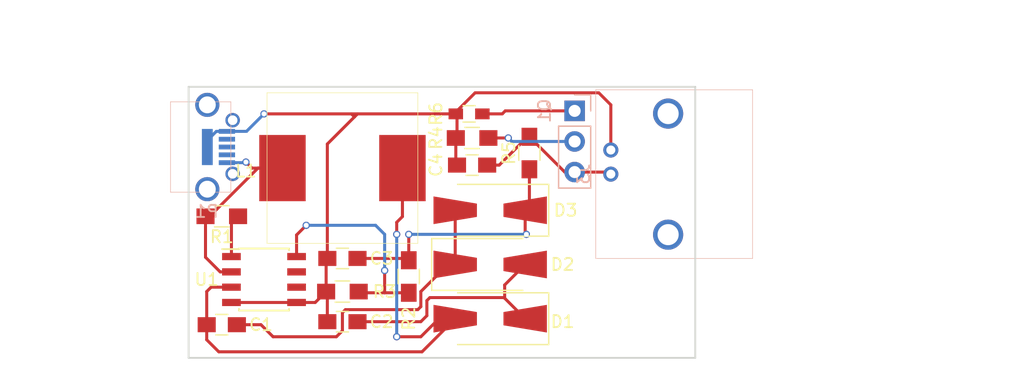
<source format=kicad_pcb>
(kicad_pcb (version 4) (host pcbnew 4.0.4-stable)

  (general
    (links 31)
    (no_connects 0)
    (area -2.635713 5.55 81.725001 34.825001)
    (thickness 1.6)
    (drawings 6)
    (tracks 117)
    (zones 0)
    (modules 18)
    (nets 17)
  )

  (page A4)
  (layers
    (0 F.Cu signal)
    (31 B.Cu signal)
    (32 B.Adhes user hide)
    (33 F.Adhes user hide)
    (34 B.Paste user hide)
    (35 F.Paste user hide)
    (36 B.SilkS user)
    (37 F.SilkS user)
    (38 B.Mask user hide)
    (39 F.Mask user hide)
    (40 Dwgs.User user)
    (41 Cmts.User user hide)
    (42 Eco1.User user hide)
    (43 Eco2.User user hide)
    (44 Edge.Cuts user)
    (45 Margin user hide)
    (46 B.CrtYd user)
    (47 F.CrtYd user)
    (48 B.Fab user hide)
    (49 F.Fab user hide)
  )

  (setup
    (last_trace_width 0.25)
    (trace_clearance 0.2)
    (zone_clearance 0.508)
    (zone_45_only no)
    (trace_min 0.2)
    (segment_width 0.2)
    (edge_width 0.15)
    (via_size 0.6)
    (via_drill 0.4)
    (via_min_size 0.4)
    (via_min_drill 0.3)
    (uvia_size 0.3)
    (uvia_drill 0.1)
    (uvias_allowed no)
    (uvia_min_size 0.2)
    (uvia_min_drill 0.1)
    (pcb_text_width 0.3)
    (pcb_text_size 1.5 1.5)
    (mod_edge_width 0.15)
    (mod_text_size 1 1)
    (mod_text_width 0.15)
    (pad_size 1.2 1.2)
    (pad_drill 0.8)
    (pad_to_mask_clearance 0.2)
    (aux_axis_origin 12.25 34.75)
    (grid_origin 12.25 34.75)
    (visible_elements 7FFEFFFF)
    (pcbplotparams
      (layerselection 0x010fc_80000001)
      (usegerberextensions true)
      (excludeedgelayer true)
      (linewidth 0.100000)
      (plotframeref false)
      (viasonmask false)
      (mode 1)
      (useauxorigin true)
      (hpglpennumber 1)
      (hpglpenspeed 20)
      (hpglpendiameter 15)
      (hpglpenoverlay 2)
      (psnegative false)
      (psa4output false)
      (plotreference true)
      (plotvalue false)
      (plotinvisibletext false)
      (padsonsilk false)
      (subtractmaskfromsilk false)
      (outputformat 1)
      (mirror false)
      (drillshape 0)
      (scaleselection 1)
      (outputdirectory ""))
  )

  (net 0 "")
  (net 1 "Net-(C1-Pad1)")
  (net 2 "Net-(C1-Pad2)")
  (net 3 "Net-(C2-Pad1)")
  (net 4 GND)
  (net 5 "Net-(C3-Pad1)")
  (net 6 "Net-(C4-Pad2)")
  (net 7 "Net-(Q1-Pad1)")
  (net 8 "Net-(Q1-Pad2)")
  (net 9 "Net-(R1-Pad1)")
  (net 10 "Net-(R2-Pad2)")
  (net 11 "Net-(U1-Pad6)")
  (net 12 "Net-(U1-Pad7)")
  (net 13 +5V)
  (net 14 "Net-(P1-Pad2)")
  (net 15 "Net-(P1-Pad3)")
  (net 16 "Net-(P1-Pad4)")

  (net_class Default "This is the default net class."
    (clearance 0.2)
    (trace_width 0.25)
    (via_dia 0.6)
    (via_drill 0.4)
    (uvia_dia 0.3)
    (uvia_drill 0.1)
    (add_net +5V)
    (add_net GND)
    (add_net "Net-(C1-Pad1)")
    (add_net "Net-(C1-Pad2)")
    (add_net "Net-(C2-Pad1)")
    (add_net "Net-(C3-Pad1)")
    (add_net "Net-(C4-Pad2)")
    (add_net "Net-(P1-Pad2)")
    (add_net "Net-(P1-Pad3)")
    (add_net "Net-(P1-Pad4)")
    (add_net "Net-(Q1-Pad1)")
    (add_net "Net-(Q1-Pad2)")
    (add_net "Net-(R1-Pad1)")
    (add_net "Net-(R2-Pad2)")
    (add_net "Net-(U1-Pad6)")
    (add_net "Net-(U1-Pad7)")
  )

  (module Capacitors_SMD:C_0805_HandSoldering (layer F.Cu) (tedit 591B44D1) (tstamp 591B414C)
    (at 15 32 180)
    (descr "Capacitor SMD 0805, hand soldering")
    (tags "capacitor 0805")
    (path /590A3710)
    (attr smd)
    (fp_text reference C1 (at -3.25 0 180) (layer F.SilkS)
      (effects (font (size 1 1) (thickness 0.15)))
    )
    (fp_text value 470n (at 0 0 180) (layer F.Fab)
      (effects (font (size 1 1) (thickness 0.15)))
    )
    (fp_text user %R (at 0 -1.75 180) (layer F.Fab)
      (effects (font (size 1 1) (thickness 0.15)))
    )
    (fp_line (start -1 0.62) (end -1 -0.62) (layer F.Fab) (width 0.1))
    (fp_line (start 1 0.62) (end -1 0.62) (layer F.Fab) (width 0.1))
    (fp_line (start 1 -0.62) (end 1 0.62) (layer F.Fab) (width 0.1))
    (fp_line (start -1 -0.62) (end 1 -0.62) (layer F.Fab) (width 0.1))
    (fp_line (start 0.5 -0.85) (end -0.5 -0.85) (layer F.SilkS) (width 0.12))
    (fp_line (start -0.5 0.85) (end 0.5 0.85) (layer F.SilkS) (width 0.12))
    (fp_line (start -2.25 -0.88) (end 2.25 -0.88) (layer F.CrtYd) (width 0.05))
    (fp_line (start -2.25 -0.88) (end -2.25 0.87) (layer F.CrtYd) (width 0.05))
    (fp_line (start 2.25 0.87) (end 2.25 -0.88) (layer F.CrtYd) (width 0.05))
    (fp_line (start 2.25 0.87) (end -2.25 0.87) (layer F.CrtYd) (width 0.05))
    (pad 1 smd rect (at -1.25 0 180) (size 1.5 1.25) (layers F.Cu F.Paste F.Mask)
      (net 1 "Net-(C1-Pad1)"))
    (pad 2 smd rect (at 1.25 0 180) (size 1.5 1.25) (layers F.Cu F.Paste F.Mask)
      (net 2 "Net-(C1-Pad2)"))
    (model Capacitors_SMD.3dshapes/C_0805.wrl
      (at (xyz 0 0 0))
      (scale (xyz 1 1 1))
      (rotate (xyz 0 0 0))
    )
  )

  (module Capacitors_SMD:C_0805_HandSoldering (layer F.Cu) (tedit 591B44D7) (tstamp 591B4152)
    (at 25 31.75 180)
    (descr "Capacitor SMD 0805, hand soldering")
    (tags "capacitor 0805")
    (path /590A39B4)
    (attr smd)
    (fp_text reference C2 (at -3.25 0 180) (layer F.SilkS)
      (effects (font (size 1 1) (thickness 0.15)))
    )
    (fp_text value 470n (at 0 0 180) (layer F.Fab)
      (effects (font (size 1 1) (thickness 0.15)))
    )
    (fp_text user %R (at 0 -1.75 180) (layer F.Fab)
      (effects (font (size 1 1) (thickness 0.15)))
    )
    (fp_line (start -1 0.62) (end -1 -0.62) (layer F.Fab) (width 0.1))
    (fp_line (start 1 0.62) (end -1 0.62) (layer F.Fab) (width 0.1))
    (fp_line (start 1 -0.62) (end 1 0.62) (layer F.Fab) (width 0.1))
    (fp_line (start -1 -0.62) (end 1 -0.62) (layer F.Fab) (width 0.1))
    (fp_line (start 0.5 -0.85) (end -0.5 -0.85) (layer F.SilkS) (width 0.12))
    (fp_line (start -0.5 0.85) (end 0.5 0.85) (layer F.SilkS) (width 0.12))
    (fp_line (start -2.25 -0.88) (end 2.25 -0.88) (layer F.CrtYd) (width 0.05))
    (fp_line (start -2.25 -0.88) (end -2.25 0.87) (layer F.CrtYd) (width 0.05))
    (fp_line (start 2.25 0.87) (end 2.25 -0.88) (layer F.CrtYd) (width 0.05))
    (fp_line (start 2.25 0.87) (end -2.25 0.87) (layer F.CrtYd) (width 0.05))
    (pad 1 smd rect (at -1.25 0 180) (size 1.5 1.25) (layers F.Cu F.Paste F.Mask)
      (net 3 "Net-(C2-Pad1)"))
    (pad 2 smd rect (at 1.25 0 180) (size 1.5 1.25) (layers F.Cu F.Paste F.Mask)
      (net 4 GND))
    (model Capacitors_SMD.3dshapes/C_0805.wrl
      (at (xyz 0 0 0))
      (scale (xyz 1 1 1))
      (rotate (xyz 0 0 0))
    )
  )

  (module Capacitors_SMD:C_0805_HandSoldering (layer F.Cu) (tedit 591B44D9) (tstamp 591B4158)
    (at 25 26.5 180)
    (descr "Capacitor SMD 0805, hand soldering")
    (tags "capacitor 0805")
    (path /590A39EB)
    (attr smd)
    (fp_text reference C3 (at -3.25 0 180) (layer F.SilkS)
      (effects (font (size 1 1) (thickness 0.15)))
    )
    (fp_text value 470n (at 0 0 180) (layer F.Fab)
      (effects (font (size 1 1) (thickness 0.15)))
    )
    (fp_text user %R (at 0 -1.75 180) (layer F.Fab)
      (effects (font (size 1 1) (thickness 0.15)))
    )
    (fp_line (start -1 0.62) (end -1 -0.62) (layer F.Fab) (width 0.1))
    (fp_line (start 1 0.62) (end -1 0.62) (layer F.Fab) (width 0.1))
    (fp_line (start 1 -0.62) (end 1 0.62) (layer F.Fab) (width 0.1))
    (fp_line (start -1 -0.62) (end 1 -0.62) (layer F.Fab) (width 0.1))
    (fp_line (start 0.5 -0.85) (end -0.5 -0.85) (layer F.SilkS) (width 0.12))
    (fp_line (start -0.5 0.85) (end 0.5 0.85) (layer F.SilkS) (width 0.12))
    (fp_line (start -2.25 -0.88) (end 2.25 -0.88) (layer F.CrtYd) (width 0.05))
    (fp_line (start -2.25 -0.88) (end -2.25 0.87) (layer F.CrtYd) (width 0.05))
    (fp_line (start 2.25 0.87) (end 2.25 -0.88) (layer F.CrtYd) (width 0.05))
    (fp_line (start 2.25 0.87) (end -2.25 0.87) (layer F.CrtYd) (width 0.05))
    (pad 1 smd rect (at -1.25 0 180) (size 1.5 1.25) (layers F.Cu F.Paste F.Mask)
      (net 5 "Net-(C3-Pad1)"))
    (pad 2 smd rect (at 1.25 0 180) (size 1.5 1.25) (layers F.Cu F.Paste F.Mask)
      (net 4 GND))
    (model Capacitors_SMD.3dshapes/C_0805.wrl
      (at (xyz 0 0 0))
      (scale (xyz 1 1 1))
      (rotate (xyz 0 0 0))
    )
  )

  (module Capacitors_SMD:C_0805_HandSoldering (layer F.Cu) (tedit 591B44E3) (tstamp 591B415E)
    (at 35.75 18.75)
    (descr "Capacitor SMD 0805, hand soldering")
    (tags "capacitor 0805")
    (path /590A3B9B)
    (attr smd)
    (fp_text reference C4 (at -3 0 90) (layer F.SilkS)
      (effects (font (size 1 1) (thickness 0.15)))
    )
    (fp_text value 2p (at 0 0) (layer F.Fab)
      (effects (font (size 1 1) (thickness 0.15)))
    )
    (fp_text user %R (at 0 -1.75) (layer F.Fab)
      (effects (font (size 1 1) (thickness 0.15)))
    )
    (fp_line (start -1 0.62) (end -1 -0.62) (layer F.Fab) (width 0.1))
    (fp_line (start 1 0.62) (end -1 0.62) (layer F.Fab) (width 0.1))
    (fp_line (start 1 -0.62) (end 1 0.62) (layer F.Fab) (width 0.1))
    (fp_line (start -1 -0.62) (end 1 -0.62) (layer F.Fab) (width 0.1))
    (fp_line (start 0.5 -0.85) (end -0.5 -0.85) (layer F.SilkS) (width 0.12))
    (fp_line (start -0.5 0.85) (end 0.5 0.85) (layer F.SilkS) (width 0.12))
    (fp_line (start -2.25 -0.88) (end 2.25 -0.88) (layer F.CrtYd) (width 0.05))
    (fp_line (start -2.25 -0.88) (end -2.25 0.87) (layer F.CrtYd) (width 0.05))
    (fp_line (start 2.25 0.87) (end 2.25 -0.88) (layer F.CrtYd) (width 0.05))
    (fp_line (start 2.25 0.87) (end -2.25 0.87) (layer F.CrtYd) (width 0.05))
    (pad 1 smd rect (at -1.25 0) (size 1.5 1.25) (layers F.Cu F.Paste F.Mask)
      (net 4 GND))
    (pad 2 smd rect (at 1.25 0) (size 1.5 1.25) (layers F.Cu F.Paste F.Mask)
      (net 6 "Net-(C4-Pad2)"))
    (model Capacitors_SMD.3dshapes/C_0805.wrl
      (at (xyz 0 0 0))
      (scale (xyz 1 1 1))
      (rotate (xyz 0 0 0))
    )
  )

  (module Diodes_SMD:D_SMA-SMB_Universal_Handsoldering (layer F.Cu) (tedit 591B420D) (tstamp 591B4164)
    (at 37.25 31.5 180)
    (descr "Diode, Universal, SMA, SMB, Handsoldering,")
    (tags "Diode Universal SMA SMB Handsoldering ")
    (path /590A360D)
    (attr smd)
    (fp_text reference D1 (at -6 -0.25 180) (layer F.SilkS)
      (effects (font (size 1 1) (thickness 0.15)))
    )
    (fp_text value RS1M (at 0 -1.5 180) (layer F.Fab)
      (effects (font (size 1 1) (thickness 0.15)))
    )
    (fp_text user %R (at 0 -3 180) (layer F.Fab)
      (effects (font (size 1 1) (thickness 0.15)))
    )
    (fp_line (start -4.85 -2.15) (end -4.85 2.15) (layer F.SilkS) (width 0.12))
    (fp_line (start 2.3 2) (end -2.3 2) (layer F.Fab) (width 0.1))
    (fp_line (start -2.3 2) (end -2.3 -2) (layer F.Fab) (width 0.1))
    (fp_line (start 2.3 -2) (end 2.3 2) (layer F.Fab) (width 0.1))
    (fp_line (start 2.3 -2) (end -2.3 -2) (layer F.Fab) (width 0.1))
    (fp_line (start 2.3 1.5) (end -2.3 1.5) (layer F.Fab) (width 0.1))
    (fp_line (start -2.3 1.5) (end -2.3 -1.5) (layer F.Fab) (width 0.1))
    (fp_line (start 2.3 -1.5) (end 2.3 1.5) (layer F.Fab) (width 0.1))
    (fp_line (start 2.3 -1.5) (end -2.3 -1.5) (layer F.Fab) (width 0.1))
    (fp_line (start -4.95 -2.25) (end 4.95 -2.25) (layer F.CrtYd) (width 0.05))
    (fp_line (start 4.95 -2.25) (end 4.95 2.25) (layer F.CrtYd) (width 0.05))
    (fp_line (start 4.95 2.25) (end -4.95 2.25) (layer F.CrtYd) (width 0.05))
    (fp_line (start -4.95 2.25) (end -4.95 -2.25) (layer F.CrtYd) (width 0.05))
    (fp_line (start -0.64944 0.00102) (end -1.55114 0.00102) (layer F.Fab) (width 0.1))
    (fp_line (start 0.50118 0.00102) (end 1.4994 0.00102) (layer F.Fab) (width 0.1))
    (fp_line (start -0.64944 -0.79908) (end -0.64944 0.80112) (layer F.Fab) (width 0.1))
    (fp_line (start 0.50118 0.75032) (end 0.50118 -0.79908) (layer F.Fab) (width 0.1))
    (fp_line (start -0.64944 0.00102) (end 0.50118 0.75032) (layer F.Fab) (width 0.1))
    (fp_line (start -0.64944 0.00102) (end 0.50118 -0.79908) (layer F.Fab) (width 0.1))
    (fp_line (start -4.85 2.15) (end 2.7 2.15) (layer F.SilkS) (width 0.12))
    (fp_line (start -4.85 -2.15) (end 2.7 -2.15) (layer F.SilkS) (width 0.12))
    (pad 1 smd trapezoid (at -2.9 0 180) (size 3.6 1.7) (rect_delta 0.6 0 ) (layers F.Cu F.Paste F.Mask)
      (net 3 "Net-(C2-Pad1)"))
    (pad 2 smd trapezoid (at 2.9 0) (size 3.6 1.7) (rect_delta 0.6 0 ) (layers F.Cu F.Paste F.Mask)
      (net 2 "Net-(C1-Pad2)"))
    (model ${KISYS3DMOD}/Diodes_SMD.3dshapes/D_SMB.wrl
      (at (xyz 0 0 0))
      (scale (xyz 1 1 1))
      (rotate (xyz 0 0 0))
    )
  )

  (module Diodes_SMD:D_SMA-SMB_Universal_Handsoldering (layer F.Cu) (tedit 591B4207) (tstamp 591B416A)
    (at 37.25 27)
    (descr "Diode, Universal, SMA, SMB, Handsoldering,")
    (tags "Diode Universal SMA SMB Handsoldering ")
    (path /590A36A8)
    (attr smd)
    (fp_text reference D2 (at 6 0) (layer F.SilkS)
      (effects (font (size 1 1) (thickness 0.15)))
    )
    (fp_text value RS1M (at 0 -1.5) (layer F.Fab)
      (effects (font (size 1 1) (thickness 0.15)))
    )
    (fp_text user %R (at 0 -3) (layer F.Fab)
      (effects (font (size 1 1) (thickness 0.15)))
    )
    (fp_line (start -4.85 -2.15) (end -4.85 2.15) (layer F.SilkS) (width 0.12))
    (fp_line (start 2.3 2) (end -2.3 2) (layer F.Fab) (width 0.1))
    (fp_line (start -2.3 2) (end -2.3 -2) (layer F.Fab) (width 0.1))
    (fp_line (start 2.3 -2) (end 2.3 2) (layer F.Fab) (width 0.1))
    (fp_line (start 2.3 -2) (end -2.3 -2) (layer F.Fab) (width 0.1))
    (fp_line (start 2.3 1.5) (end -2.3 1.5) (layer F.Fab) (width 0.1))
    (fp_line (start -2.3 1.5) (end -2.3 -1.5) (layer F.Fab) (width 0.1))
    (fp_line (start 2.3 -1.5) (end 2.3 1.5) (layer F.Fab) (width 0.1))
    (fp_line (start 2.3 -1.5) (end -2.3 -1.5) (layer F.Fab) (width 0.1))
    (fp_line (start -4.95 -2.25) (end 4.95 -2.25) (layer F.CrtYd) (width 0.05))
    (fp_line (start 4.95 -2.25) (end 4.95 2.25) (layer F.CrtYd) (width 0.05))
    (fp_line (start 4.95 2.25) (end -4.95 2.25) (layer F.CrtYd) (width 0.05))
    (fp_line (start -4.95 2.25) (end -4.95 -2.25) (layer F.CrtYd) (width 0.05))
    (fp_line (start -0.64944 0.00102) (end -1.55114 0.00102) (layer F.Fab) (width 0.1))
    (fp_line (start 0.50118 0.00102) (end 1.4994 0.00102) (layer F.Fab) (width 0.1))
    (fp_line (start -0.64944 -0.79908) (end -0.64944 0.80112) (layer F.Fab) (width 0.1))
    (fp_line (start 0.50118 0.75032) (end 0.50118 -0.79908) (layer F.Fab) (width 0.1))
    (fp_line (start -0.64944 0.00102) (end 0.50118 0.75032) (layer F.Fab) (width 0.1))
    (fp_line (start -0.64944 0.00102) (end 0.50118 -0.79908) (layer F.Fab) (width 0.1))
    (fp_line (start -4.85 2.15) (end 2.7 2.15) (layer F.SilkS) (width 0.12))
    (fp_line (start -4.85 -2.15) (end 2.7 -2.15) (layer F.SilkS) (width 0.12))
    (pad 1 smd trapezoid (at -2.9 0) (size 3.6 1.7) (rect_delta 0.6 0 ) (layers F.Cu F.Paste F.Mask)
      (net 1 "Net-(C1-Pad1)"))
    (pad 2 smd trapezoid (at 2.9 0 180) (size 3.6 1.7) (rect_delta 0.6 0 ) (layers F.Cu F.Paste F.Mask)
      (net 3 "Net-(C2-Pad1)"))
    (model ${KISYS3DMOD}/Diodes_SMD.3dshapes/D_SMB.wrl
      (at (xyz 0 0 0))
      (scale (xyz 1 1 1))
      (rotate (xyz 0 0 0))
    )
  )

  (module Diodes_SMD:D_SMA-SMB_Universal_Handsoldering (layer F.Cu) (tedit 591B441E) (tstamp 591B4170)
    (at 37.25 22.5 180)
    (descr "Diode, Universal, SMA, SMB, Handsoldering,")
    (tags "Diode Universal SMA SMB Handsoldering ")
    (path /590A36E1)
    (attr smd)
    (fp_text reference D3 (at -6.25 0 180) (layer F.SilkS)
      (effects (font (size 1 1) (thickness 0.15)))
    )
    (fp_text value RS1M (at 0 -1.5 180) (layer F.Fab)
      (effects (font (size 1 1) (thickness 0.15)))
    )
    (fp_text user %R (at 0 -3 180) (layer F.Fab)
      (effects (font (size 1 1) (thickness 0.15)))
    )
    (fp_line (start -4.85 -2.15) (end -4.85 2.15) (layer F.SilkS) (width 0.12))
    (fp_line (start 2.3 2) (end -2.3 2) (layer F.Fab) (width 0.1))
    (fp_line (start -2.3 2) (end -2.3 -2) (layer F.Fab) (width 0.1))
    (fp_line (start 2.3 -2) (end 2.3 2) (layer F.Fab) (width 0.1))
    (fp_line (start 2.3 -2) (end -2.3 -2) (layer F.Fab) (width 0.1))
    (fp_line (start 2.3 1.5) (end -2.3 1.5) (layer F.Fab) (width 0.1))
    (fp_line (start -2.3 1.5) (end -2.3 -1.5) (layer F.Fab) (width 0.1))
    (fp_line (start 2.3 -1.5) (end 2.3 1.5) (layer F.Fab) (width 0.1))
    (fp_line (start 2.3 -1.5) (end -2.3 -1.5) (layer F.Fab) (width 0.1))
    (fp_line (start -4.95 -2.25) (end 4.95 -2.25) (layer F.CrtYd) (width 0.05))
    (fp_line (start 4.95 -2.25) (end 4.95 2.25) (layer F.CrtYd) (width 0.05))
    (fp_line (start 4.95 2.25) (end -4.95 2.25) (layer F.CrtYd) (width 0.05))
    (fp_line (start -4.95 2.25) (end -4.95 -2.25) (layer F.CrtYd) (width 0.05))
    (fp_line (start -0.64944 0.00102) (end -1.55114 0.00102) (layer F.Fab) (width 0.1))
    (fp_line (start 0.50118 0.00102) (end 1.4994 0.00102) (layer F.Fab) (width 0.1))
    (fp_line (start -0.64944 -0.79908) (end -0.64944 0.80112) (layer F.Fab) (width 0.1))
    (fp_line (start 0.50118 0.75032) (end 0.50118 -0.79908) (layer F.Fab) (width 0.1))
    (fp_line (start -0.64944 0.00102) (end 0.50118 0.75032) (layer F.Fab) (width 0.1))
    (fp_line (start -0.64944 0.00102) (end 0.50118 -0.79908) (layer F.Fab) (width 0.1))
    (fp_line (start -4.85 2.15) (end 2.7 2.15) (layer F.SilkS) (width 0.12))
    (fp_line (start -4.85 -2.15) (end 2.7 -2.15) (layer F.SilkS) (width 0.12))
    (pad 1 smd trapezoid (at -2.9 0 180) (size 3.6 1.7) (rect_delta 0.6 0 ) (layers F.Cu F.Paste F.Mask)
      (net 5 "Net-(C3-Pad1)"))
    (pad 2 smd trapezoid (at 2.9 0) (size 3.6 1.7) (rect_delta 0.6 0 ) (layers F.Cu F.Paste F.Mask)
      (net 1 "Net-(C1-Pad1)"))
    (model ${KISYS3DMOD}/Diodes_SMD.3dshapes/D_SMB.wrl
      (at (xyz 0 0 0))
      (scale (xyz 1 1 1))
      (rotate (xyz 0 0 0))
    )
  )

  (module MyComponents:BNC_Right_angle (layer B.Cu) (tedit 591B44C1) (tstamp 591B4178)
    (at 52 19.5 270)
    (path /590A5031)
    (fp_text reference J3 (at 0 7 270) (layer B.SilkS)
      (effects (font (size 1 1) (thickness 0.15)) (justify mirror))
    )
    (fp_text value CONN_COAXIAL (at 0.25 2.5 270) (layer B.Fab)
      (effects (font (size 1 1) (thickness 0.15)) (justify mirror))
    )
    (fp_line (start -5 -16.5) (end 5 -16.5) (layer B.CrtYd) (width 0.05))
    (fp_line (start -6 -7) (end -6 -16.5) (layer B.CrtYd) (width 0.05))
    (fp_line (start -6 -16.5) (end -5 -16.5) (layer B.CrtYd) (width 0.05))
    (fp_line (start -5 -16.5) (end -5 -29.5) (layer B.CrtYd) (width 0.05))
    (fp_line (start -5 -29.5) (end 5 -29.5) (layer B.CrtYd) (width 0.05))
    (fp_line (start 5 -29.5) (end 5 -16.5) (layer B.CrtYd) (width 0.05))
    (fp_line (start 5 -16.5) (end 6 -16.5) (layer B.CrtYd) (width 0.05))
    (fp_line (start 6 -16.5) (end 6 -7) (layer B.CrtYd) (width 0.05))
    (fp_line (start -7 -7) (end 7 -7) (layer B.SilkS) (width 0.05))
    (fp_line (start 7 -7) (end 7 6) (layer B.SilkS) (width 0.05))
    (fp_line (start 7 6) (end -7 6) (layer B.SilkS) (width 0.05))
    (fp_line (start -7 6) (end -7 -7) (layer B.SilkS) (width 0.05))
    (pad 3 thru_hole circle (at -5.025 0 270) (size 2.5 2.5) (drill 1.75) (layers *.Cu *.Mask))
    (pad 3 thru_hole circle (at 5.025 0 270) (size 2.5 2.5) (drill 1.75) (layers *.Cu *.Mask))
    (pad 2 thru_hole circle (at -2 4.75 270) (size 1.25 1.25) (drill 0.75) (layers *.Cu *.Mask)
      (net 4 GND))
    (pad 1 thru_hole circle (at 0 4.75 270) (size 1.25 1.25) (drill 0.75) (layers *.Cu *.Mask)
      (net 6 "Net-(C4-Pad2)"))
  )

  (module MyComponents:Eaton_DR_125 (layer F.Cu) (tedit 591B44AD) (tstamp 591B417E)
    (at 25 19 180)
    (path /590A325C)
    (fp_text reference L1 (at 8 -0.25 180) (layer F.SilkS)
      (effects (font (size 1 1) (thickness 0.15)))
    )
    (fp_text value 150u (at 0 5.5 180) (layer F.Fab)
      (effects (font (size 1 1) (thickness 0.15)))
    )
    (fp_line (start -6.25 6.25) (end 6.25 6.25) (layer F.SilkS) (width 0.05))
    (fp_line (start 6.25 6.25) (end 6.25 -6.25) (layer F.SilkS) (width 0.05))
    (fp_line (start 6.25 -6.25) (end -6.25 -6.25) (layer F.SilkS) (width 0.05))
    (fp_line (start -6.25 -6.25) (end -6.25 6.25) (layer F.SilkS) (width 0.05))
    (pad 1 smd rect (at -4.975 0 180) (size 3.85 5.5) (layers F.Cu F.Paste F.Mask)
      (net 2 "Net-(C1-Pad2)"))
    (pad 2 smd rect (at 4.97 0 180) (size 3.85 5.5) (layers F.Cu F.Paste F.Mask)
      (net 13 +5V))
  )

  (module Socket_Strips:Socket_Strip_Straight_1x03_Pitch2.54mm (layer B.Cu) (tedit 591B44F3) (tstamp 591B418B)
    (at 44.25 14.25 180)
    (descr "Through hole straight socket strip, 1x03, 2.54mm pitch, single row")
    (tags "Through hole socket strip THT 1x03 2.54mm single row")
    (path /590A4C15)
    (fp_text reference Q1 (at 2.5 0 270) (layer B.SilkS)
      (effects (font (size 1 1) (thickness 0.15)) (justify mirror))
    )
    (fp_text value 2N2369A (at -1.75 -2.5 270) (layer B.Fab)
      (effects (font (size 1 1) (thickness 0.15)) (justify mirror))
    )
    (fp_line (start -1.27 1.27) (end -1.27 -6.35) (layer B.Fab) (width 0.1))
    (fp_line (start -1.27 -6.35) (end 1.27 -6.35) (layer B.Fab) (width 0.1))
    (fp_line (start 1.27 -6.35) (end 1.27 1.27) (layer B.Fab) (width 0.1))
    (fp_line (start 1.27 1.27) (end -1.27 1.27) (layer B.Fab) (width 0.1))
    (fp_line (start -1.33 -1.27) (end -1.33 -6.41) (layer B.SilkS) (width 0.12))
    (fp_line (start -1.33 -6.41) (end 1.33 -6.41) (layer B.SilkS) (width 0.12))
    (fp_line (start 1.33 -6.41) (end 1.33 -1.27) (layer B.SilkS) (width 0.12))
    (fp_line (start 1.33 -1.27) (end -1.33 -1.27) (layer B.SilkS) (width 0.12))
    (fp_line (start -1.33 0) (end -1.33 1.33) (layer B.SilkS) (width 0.12))
    (fp_line (start -1.33 1.33) (end 0 1.33) (layer B.SilkS) (width 0.12))
    (fp_line (start -1.8 1.8) (end -1.8 -6.85) (layer B.CrtYd) (width 0.05))
    (fp_line (start -1.8 -6.85) (end 1.8 -6.85) (layer B.CrtYd) (width 0.05))
    (fp_line (start 1.8 -6.85) (end 1.8 1.8) (layer B.CrtYd) (width 0.05))
    (fp_line (start 1.8 1.8) (end -1.8 1.8) (layer B.CrtYd) (width 0.05))
    (fp_text user %R (at 0 2.33 180) (layer B.Fab)
      (effects (font (size 1 1) (thickness 0.15)) (justify mirror))
    )
    (pad 1 thru_hole rect (at 0 0 180) (size 1.7 1.7) (drill 1) (layers *.Cu *.Mask)
      (net 7 "Net-(Q1-Pad1)"))
    (pad 2 thru_hole oval (at 0 -2.54 180) (size 1.7 1.7) (drill 1) (layers *.Cu *.Mask)
      (net 8 "Net-(Q1-Pad2)"))
    (pad 3 thru_hole oval (at 0 -5.08 180) (size 1.7 1.7) (drill 1) (layers *.Cu *.Mask)
      (net 6 "Net-(C4-Pad2)"))
    (model ${KISYS3DMOD}/Socket_Strips.3dshapes/Socket_Strip_Straight_1x03_Pitch2.54mm.wrl
      (at (xyz 0 -0.1 0))
      (scale (xyz 1 1 1))
      (rotate (xyz 0 0 270))
    )
  )

  (module Resistors_SMD:R_0805_HandSoldering (layer F.Cu) (tedit 591B43DE) (tstamp 591B4191)
    (at 15 23 180)
    (descr "Resistor SMD 0805, hand soldering")
    (tags "resistor 0805")
    (path /590A3164)
    (attr smd)
    (fp_text reference R1 (at 0 -1.7 180) (layer F.SilkS)
      (effects (font (size 1 1) (thickness 0.15)))
    )
    (fp_text value 220R (at 0 0 180) (layer F.Fab)
      (effects (font (size 1 1) (thickness 0.15)))
    )
    (fp_text user %R (at 0 0 180) (layer F.Fab)
      (effects (font (size 0.5 0.5) (thickness 0.075)))
    )
    (fp_line (start -1 0.62) (end -1 -0.62) (layer F.Fab) (width 0.1))
    (fp_line (start 1 0.62) (end -1 0.62) (layer F.Fab) (width 0.1))
    (fp_line (start 1 -0.62) (end 1 0.62) (layer F.Fab) (width 0.1))
    (fp_line (start -1 -0.62) (end 1 -0.62) (layer F.Fab) (width 0.1))
    (fp_line (start 0.6 0.88) (end -0.6 0.88) (layer F.SilkS) (width 0.12))
    (fp_line (start -0.6 -0.88) (end 0.6 -0.88) (layer F.SilkS) (width 0.12))
    (fp_line (start -2.35 -0.9) (end 2.35 -0.9) (layer F.CrtYd) (width 0.05))
    (fp_line (start -2.35 -0.9) (end -2.35 0.9) (layer F.CrtYd) (width 0.05))
    (fp_line (start 2.35 0.9) (end 2.35 -0.9) (layer F.CrtYd) (width 0.05))
    (fp_line (start 2.35 0.9) (end -2.35 0.9) (layer F.CrtYd) (width 0.05))
    (pad 1 smd rect (at -1.35 0 180) (size 1.5 1.3) (layers F.Cu F.Paste F.Mask)
      (net 9 "Net-(R1-Pad1)"))
    (pad 2 smd rect (at 1.35 0 180) (size 1.5 1.3) (layers F.Cu F.Paste F.Mask)
      (net 13 +5V))
    (model ${KISYS3DMOD}/Resistors_SMD.3dshapes/R_0805.wrl
      (at (xyz 0 0 0))
      (scale (xyz 1 1 1))
      (rotate (xyz 0 0 0))
    )
  )

  (module Resistors_SMD:R_0805_HandSoldering (layer F.Cu) (tedit 591B444B) (tstamp 591B4197)
    (at 30.5 28 270)
    (descr "Resistor SMD 0805, hand soldering")
    (tags "resistor 0805")
    (path /590A3A20)
    (attr smd)
    (fp_text reference R2 (at 3.5 0 270) (layer F.SilkS)
      (effects (font (size 1 1) (thickness 0.15)))
    )
    (fp_text value 10M (at 0 0 270) (layer F.Fab)
      (effects (font (size 1 1) (thickness 0.15)))
    )
    (fp_text user %R (at 0 0 270) (layer F.Fab)
      (effects (font (size 0.5 0.5) (thickness 0.075)))
    )
    (fp_line (start -1 0.62) (end -1 -0.62) (layer F.Fab) (width 0.1))
    (fp_line (start 1 0.62) (end -1 0.62) (layer F.Fab) (width 0.1))
    (fp_line (start 1 -0.62) (end 1 0.62) (layer F.Fab) (width 0.1))
    (fp_line (start -1 -0.62) (end 1 -0.62) (layer F.Fab) (width 0.1))
    (fp_line (start 0.6 0.88) (end -0.6 0.88) (layer F.SilkS) (width 0.12))
    (fp_line (start -0.6 -0.88) (end 0.6 -0.88) (layer F.SilkS) (width 0.12))
    (fp_line (start -2.35 -0.9) (end 2.35 -0.9) (layer F.CrtYd) (width 0.05))
    (fp_line (start -2.35 -0.9) (end -2.35 0.9) (layer F.CrtYd) (width 0.05))
    (fp_line (start 2.35 0.9) (end 2.35 -0.9) (layer F.CrtYd) (width 0.05))
    (fp_line (start 2.35 0.9) (end -2.35 0.9) (layer F.CrtYd) (width 0.05))
    (pad 1 smd rect (at -1.35 0 270) (size 1.5 1.3) (layers F.Cu F.Paste F.Mask)
      (net 5 "Net-(C3-Pad1)"))
    (pad 2 smd rect (at 1.35 0 270) (size 1.5 1.3) (layers F.Cu F.Paste F.Mask)
      (net 10 "Net-(R2-Pad2)"))
    (model ${KISYS3DMOD}/Resistors_SMD.3dshapes/R_0805.wrl
      (at (xyz 0 0 0))
      (scale (xyz 1 1 1))
      (rotate (xyz 0 0 0))
    )
  )

  (module Resistors_SMD:R_0805_HandSoldering (layer F.Cu) (tedit 591B44D8) (tstamp 591B419D)
    (at 25 29.25 180)
    (descr "Resistor SMD 0805, hand soldering")
    (tags "resistor 0805")
    (path /590A3AAE)
    (attr smd)
    (fp_text reference R3 (at -3.5 0 180) (layer F.SilkS)
      (effects (font (size 1 1) (thickness 0.15)))
    )
    (fp_text value 24k (at 0 0 180) (layer F.Fab)
      (effects (font (size 1 1) (thickness 0.15)))
    )
    (fp_text user %R (at 0 0 180) (layer F.Fab)
      (effects (font (size 0.5 0.5) (thickness 0.075)))
    )
    (fp_line (start -1 0.62) (end -1 -0.62) (layer F.Fab) (width 0.1))
    (fp_line (start 1 0.62) (end -1 0.62) (layer F.Fab) (width 0.1))
    (fp_line (start 1 -0.62) (end 1 0.62) (layer F.Fab) (width 0.1))
    (fp_line (start -1 -0.62) (end 1 -0.62) (layer F.Fab) (width 0.1))
    (fp_line (start 0.6 0.88) (end -0.6 0.88) (layer F.SilkS) (width 0.12))
    (fp_line (start -0.6 -0.88) (end 0.6 -0.88) (layer F.SilkS) (width 0.12))
    (fp_line (start -2.35 -0.9) (end 2.35 -0.9) (layer F.CrtYd) (width 0.05))
    (fp_line (start -2.35 -0.9) (end -2.35 0.9) (layer F.CrtYd) (width 0.05))
    (fp_line (start 2.35 0.9) (end 2.35 -0.9) (layer F.CrtYd) (width 0.05))
    (fp_line (start 2.35 0.9) (end -2.35 0.9) (layer F.CrtYd) (width 0.05))
    (pad 1 smd rect (at -1.35 0 180) (size 1.5 1.3) (layers F.Cu F.Paste F.Mask)
      (net 10 "Net-(R2-Pad2)"))
    (pad 2 smd rect (at 1.35 0 180) (size 1.5 1.3) (layers F.Cu F.Paste F.Mask)
      (net 4 GND))
    (model ${KISYS3DMOD}/Resistors_SMD.3dshapes/R_0805.wrl
      (at (xyz 0 0 0))
      (scale (xyz 1 1 1))
      (rotate (xyz 0 0 0))
    )
  )

  (module Resistors_SMD:R_0805_HandSoldering (layer F.Cu) (tedit 591B44E7) (tstamp 591B41A3)
    (at 35.75 16.5 180)
    (descr "Resistor SMD 0805, hand soldering")
    (tags "resistor 0805")
    (path /590A3ADD)
    (attr smd)
    (fp_text reference R4 (at 3 0 270) (layer F.SilkS)
      (effects (font (size 1 1) (thickness 0.15)))
    )
    (fp_text value 10k (at 0 1.75 180) (layer F.Fab)
      (effects (font (size 1 1) (thickness 0.15)))
    )
    (fp_text user %R (at 0 0 180) (layer F.Fab)
      (effects (font (size 0.5 0.5) (thickness 0.075)))
    )
    (fp_line (start -1 0.62) (end -1 -0.62) (layer F.Fab) (width 0.1))
    (fp_line (start 1 0.62) (end -1 0.62) (layer F.Fab) (width 0.1))
    (fp_line (start 1 -0.62) (end 1 0.62) (layer F.Fab) (width 0.1))
    (fp_line (start -1 -0.62) (end 1 -0.62) (layer F.Fab) (width 0.1))
    (fp_line (start 0.6 0.88) (end -0.6 0.88) (layer F.SilkS) (width 0.12))
    (fp_line (start -0.6 -0.88) (end 0.6 -0.88) (layer F.SilkS) (width 0.12))
    (fp_line (start -2.35 -0.9) (end 2.35 -0.9) (layer F.CrtYd) (width 0.05))
    (fp_line (start -2.35 -0.9) (end -2.35 0.9) (layer F.CrtYd) (width 0.05))
    (fp_line (start 2.35 0.9) (end 2.35 -0.9) (layer F.CrtYd) (width 0.05))
    (fp_line (start 2.35 0.9) (end -2.35 0.9) (layer F.CrtYd) (width 0.05))
    (pad 1 smd rect (at -1.35 0 180) (size 1.5 1.3) (layers F.Cu F.Paste F.Mask)
      (net 8 "Net-(Q1-Pad2)"))
    (pad 2 smd rect (at 1.35 0 180) (size 1.5 1.3) (layers F.Cu F.Paste F.Mask)
      (net 4 GND))
    (model ${KISYS3DMOD}/Resistors_SMD.3dshapes/R_0805.wrl
      (at (xyz 0 0 0))
      (scale (xyz 1 1 1))
      (rotate (xyz 0 0 0))
    )
  )

  (module Resistors_SMD:R_0805_HandSoldering (layer F.Cu) (tedit 591B44DE) (tstamp 591B41A9)
    (at 40.5 17.75 90)
    (descr "Resistor SMD 0805, hand soldering")
    (tags "resistor 0805")
    (path /590A3A81)
    (attr smd)
    (fp_text reference R5 (at 0 -1.7 90) (layer F.SilkS)
      (effects (font (size 1 1) (thickness 0.15)))
    )
    (fp_text value 1M (at 0 0 90) (layer F.Fab)
      (effects (font (size 1 1) (thickness 0.15)))
    )
    (fp_text user %R (at 0 0 90) (layer F.Fab)
      (effects (font (size 0.5 0.5) (thickness 0.075)))
    )
    (fp_line (start -1 0.62) (end -1 -0.62) (layer F.Fab) (width 0.1))
    (fp_line (start 1 0.62) (end -1 0.62) (layer F.Fab) (width 0.1))
    (fp_line (start 1 -0.62) (end 1 0.62) (layer F.Fab) (width 0.1))
    (fp_line (start -1 -0.62) (end 1 -0.62) (layer F.Fab) (width 0.1))
    (fp_line (start 0.6 0.88) (end -0.6 0.88) (layer F.SilkS) (width 0.12))
    (fp_line (start -0.6 -0.88) (end 0.6 -0.88) (layer F.SilkS) (width 0.12))
    (fp_line (start -2.35 -0.9) (end 2.35 -0.9) (layer F.CrtYd) (width 0.05))
    (fp_line (start -2.35 -0.9) (end -2.35 0.9) (layer F.CrtYd) (width 0.05))
    (fp_line (start 2.35 0.9) (end 2.35 -0.9) (layer F.CrtYd) (width 0.05))
    (fp_line (start 2.35 0.9) (end -2.35 0.9) (layer F.CrtYd) (width 0.05))
    (pad 1 smd rect (at -1.35 0 90) (size 1.5 1.3) (layers F.Cu F.Paste F.Mask)
      (net 5 "Net-(C3-Pad1)"))
    (pad 2 smd rect (at 1.35 0 90) (size 1.5 1.3) (layers F.Cu F.Paste F.Mask)
      (net 6 "Net-(C4-Pad2)"))
    (model ${KISYS3DMOD}/Resistors_SMD.3dshapes/R_0805.wrl
      (at (xyz 0 0 0))
      (scale (xyz 1 1 1))
      (rotate (xyz 0 0 0))
    )
  )

  (module Housings_SOIC:SOIC-8_3.9x4.9mm_Pitch1.27mm (layer F.Cu) (tedit 591B43F5) (tstamp 591B41BB)
    (at 18.5 28.25)
    (descr "8-Lead Plastic Small Outline (SN) - Narrow, 3.90 mm Body [SOIC] (see Microchip Packaging Specification 00000049BS.pdf)")
    (tags "SOIC 1.27")
    (path /590A3029)
    (attr smd)
    (fp_text reference U1 (at -4.75 0) (layer F.SilkS)
      (effects (font (size 1 1) (thickness 0.15)))
    )
    (fp_text value LT1073 (at 0 0 90) (layer F.Fab)
      (effects (font (size 1 1) (thickness 0.15)))
    )
    (fp_text user %R (at 0 0) (layer F.Fab)
      (effects (font (size 1 1) (thickness 0.15)))
    )
    (fp_line (start -0.95 -2.45) (end 1.95 -2.45) (layer F.Fab) (width 0.1))
    (fp_line (start 1.95 -2.45) (end 1.95 2.45) (layer F.Fab) (width 0.1))
    (fp_line (start 1.95 2.45) (end -1.95 2.45) (layer F.Fab) (width 0.1))
    (fp_line (start -1.95 2.45) (end -1.95 -1.45) (layer F.Fab) (width 0.1))
    (fp_line (start -1.95 -1.45) (end -0.95 -2.45) (layer F.Fab) (width 0.1))
    (fp_line (start -3.73 -2.7) (end -3.73 2.7) (layer F.CrtYd) (width 0.05))
    (fp_line (start 3.73 -2.7) (end 3.73 2.7) (layer F.CrtYd) (width 0.05))
    (fp_line (start -3.73 -2.7) (end 3.73 -2.7) (layer F.CrtYd) (width 0.05))
    (fp_line (start -3.73 2.7) (end 3.73 2.7) (layer F.CrtYd) (width 0.05))
    (fp_line (start -2.075 -2.575) (end -2.075 -2.525) (layer F.SilkS) (width 0.15))
    (fp_line (start 2.075 -2.575) (end 2.075 -2.43) (layer F.SilkS) (width 0.15))
    (fp_line (start 2.075 2.575) (end 2.075 2.43) (layer F.SilkS) (width 0.15))
    (fp_line (start -2.075 2.575) (end -2.075 2.43) (layer F.SilkS) (width 0.15))
    (fp_line (start -2.075 -2.575) (end 2.075 -2.575) (layer F.SilkS) (width 0.15))
    (fp_line (start -2.075 2.575) (end 2.075 2.575) (layer F.SilkS) (width 0.15))
    (fp_line (start -2.075 -2.525) (end -3.475 -2.525) (layer F.SilkS) (width 0.15))
    (pad 1 smd rect (at -2.7 -1.905) (size 1.55 0.6) (layers F.Cu F.Paste F.Mask)
      (net 9 "Net-(R1-Pad1)"))
    (pad 2 smd rect (at -2.7 -0.635) (size 1.55 0.6) (layers F.Cu F.Paste F.Mask)
      (net 13 +5V))
    (pad 3 smd rect (at -2.7 0.635) (size 1.55 0.6) (layers F.Cu F.Paste F.Mask)
      (net 2 "Net-(C1-Pad2)"))
    (pad 4 smd rect (at -2.7 1.905) (size 1.55 0.6) (layers F.Cu F.Paste F.Mask)
      (net 4 GND))
    (pad 5 smd rect (at 2.7 1.905) (size 1.55 0.6) (layers F.Cu F.Paste F.Mask)
      (net 4 GND))
    (pad 6 smd rect (at 2.7 0.635) (size 1.55 0.6) (layers F.Cu F.Paste F.Mask)
      (net 11 "Net-(U1-Pad6)"))
    (pad 7 smd rect (at 2.7 -0.635) (size 1.55 0.6) (layers F.Cu F.Paste F.Mask)
      (net 12 "Net-(U1-Pad7)"))
    (pad 8 smd rect (at 2.7 -1.905) (size 1.55 0.6) (layers F.Cu F.Paste F.Mask)
      (net 10 "Net-(R2-Pad2)"))
    (model Housings_SOIC.3dshapes/SOIC-8_3.9x4.9mm_Pitch1.27mm.wrl
      (at (xyz 0 0 0))
      (scale (xyz 1 1 1))
      (rotate (xyz 0 0 0))
    )
  )

  (module Resistors_SMD:R_0603_HandSoldering (layer F.Cu) (tedit 591CBCDB) (tstamp 591CBB99)
    (at 35.5 14.5 180)
    (descr "Resistor SMD 0603, hand soldering")
    (tags "resistor 0603")
    (path /590A3B10)
    (attr smd)
    (fp_text reference R6 (at 2.75 0 270) (layer F.SilkS)
      (effects (font (size 1 1) (thickness 0.15)))
    )
    (fp_text value 50R (at 0 1.55 180) (layer F.Fab)
      (effects (font (size 1 1) (thickness 0.15)))
    )
    (fp_text user %R (at 0 0 180) (layer F.Fab)
      (effects (font (size 0.5 0.5) (thickness 0.075)))
    )
    (fp_line (start -0.8 0.4) (end -0.8 -0.4) (layer F.Fab) (width 0.1))
    (fp_line (start 0.8 0.4) (end -0.8 0.4) (layer F.Fab) (width 0.1))
    (fp_line (start 0.8 -0.4) (end 0.8 0.4) (layer F.Fab) (width 0.1))
    (fp_line (start -0.8 -0.4) (end 0.8 -0.4) (layer F.Fab) (width 0.1))
    (fp_line (start 0.5 0.68) (end -0.5 0.68) (layer F.SilkS) (width 0.12))
    (fp_line (start -0.5 -0.68) (end 0.5 -0.68) (layer F.SilkS) (width 0.12))
    (fp_line (start -1.96 -0.7) (end 1.95 -0.7) (layer F.CrtYd) (width 0.05))
    (fp_line (start -1.96 -0.7) (end -1.96 0.7) (layer F.CrtYd) (width 0.05))
    (fp_line (start 1.95 0.7) (end 1.95 -0.7) (layer F.CrtYd) (width 0.05))
    (fp_line (start 1.95 0.7) (end -1.96 0.7) (layer F.CrtYd) (width 0.05))
    (pad 1 smd rect (at -1.1 0 180) (size 1.2 0.9) (layers F.Cu F.Paste F.Mask)
      (net 7 "Net-(Q1-Pad1)"))
    (pad 2 smd rect (at 1.1 0 180) (size 1.2 0.9) (layers F.Cu F.Paste F.Mask)
      (net 4 GND))
    (model ${KISYS3DMOD}/Resistors_SMD.3dshapes/R_0603.wrl
      (at (xyz 0 0 0))
      (scale (xyz 1 1 1))
      (rotate (xyz 0 0 0))
    )
  )

  (module MyComponents:USB_Micro-B_UJ2-MIBH2-4-SMT_CircMounts (layer B.Cu) (tedit 591CBFD6) (tstamp 591CBB93)
    (at 10.75 17.25)
    (descr "Micro USB Type B Receptacle - CUI Inc. UJ2-MIBH2-4-SMT-TR")
    (tags "USB USB_B USB_micro USB_OTG")
    (path /591CBE6C)
    (attr smd)
    (fp_text reference P1 (at 3 5.35) (layer B.SilkS)
      (effects (font (size 1 1) (thickness 0.15)) (justify mirror))
    )
    (fp_text value USB_OTG (at 2.85 -5.3) (layer B.Fab)
      (effects (font (size 1 1) (thickness 0.15)) (justify mirror))
    )
    (fp_line (start 0 -3.75) (end 5 -3.75) (layer B.SilkS) (width 0.05))
    (fp_line (start 0 3.75) (end 5 3.75) (layer B.SilkS) (width 0.05))
    (fp_line (start 5 -3.75) (end 5 3.75) (layer B.SilkS) (width 0.05))
    (fp_line (start 0 -3.75) (end 0 3.75) (layer B.SilkS) (width 0.05))
    (pad 1 smd rect (at 4.675 1.3) (size 1.35 0.4) (layers B.Cu B.Paste B.Mask)
      (net 13 +5V))
    (pad 2 smd rect (at 4.675 0.65) (size 1.35 0.4) (layers B.Cu B.Paste B.Mask)
      (net 14 "Net-(P1-Pad2)"))
    (pad 3 smd rect (at 4.675 0) (size 1.35 0.4) (layers B.Cu B.Paste B.Mask)
      (net 15 "Net-(P1-Pad3)"))
    (pad 4 smd rect (at 4.675 -0.65) (size 1.35 0.4) (layers B.Cu B.Paste B.Mask)
      (net 16 "Net-(P1-Pad4)"))
    (pad 5 smd rect (at 4.675 -1.3) (size 1.35 0.4) (layers B.Cu B.Paste B.Mask)
      (net 4 GND))
    (pad 7 thru_hole circle (at 5.15 -2.225) (size 1.2 1.2) (drill 0.8) (layers *.Cu *.Mask)
      (clearance 0.1))
    (pad 7 thru_hole circle (at 5.15 2.225) (size 1.2 1.2) (drill 0.8) (layers *.Cu *.Mask)
      (clearance 0.1))
    (pad 7 thru_hole circle (at 3.05 -3.5) (size 2 2) (drill 1.4) (layers *.Cu *.Mask))
    (pad 7 thru_hole circle (at 3.05 3.5) (size 2 2) (drill 1.4) (layers *.Cu *.Mask))
    (pad 6 smd rect (at 3.05 0) (size 0.9 3) (layers B.Cu B.Paste B.Mask)
      (net 4 GND))
  )

  (dimension 22.5 (width 0.3) (layer Dwgs.User)
    (gr_text "0.8858 in" (at 2.9 23.5 270) (layer Dwgs.User)
      (effects (font (size 1.5 1.5) (thickness 0.3)))
    )
    (feature1 (pts (xy 11.75 34.75) (xy 1.55 34.75)))
    (feature2 (pts (xy 11.75 12.25) (xy 1.55 12.25)))
    (crossbar (pts (xy 4.25 12.25) (xy 4.25 34.75)))
    (arrow1a (pts (xy 4.25 34.75) (xy 3.663579 33.623496)))
    (arrow1b (pts (xy 4.25 34.75) (xy 4.836421 33.623496)))
    (arrow2a (pts (xy 4.25 12.25) (xy 3.663579 13.376504)))
    (arrow2b (pts (xy 4.25 12.25) (xy 4.836421 13.376504)))
  )
  (dimension 42 (width 0.3) (layer Dwgs.User)
    (gr_text "1.6535 in" (at 33.25 6.9) (layer Dwgs.User)
      (effects (font (size 1.5 1.5) (thickness 0.3)))
    )
    (feature1 (pts (xy 54.25 11.75) (xy 54.25 5.55)))
    (feature2 (pts (xy 12.25 11.75) (xy 12.25 5.55)))
    (crossbar (pts (xy 12.25 8.25) (xy 54.25 8.25)))
    (arrow1a (pts (xy 54.25 8.25) (xy 53.123496 8.836421)))
    (arrow1b (pts (xy 54.25 8.25) (xy 53.123496 7.663579)))
    (arrow2a (pts (xy 12.25 8.25) (xy 13.376504 8.836421)))
    (arrow2b (pts (xy 12.25 8.25) (xy 13.376504 7.663579)))
  )
  (gr_line (start 12.25 34.75) (end 12.25 12.25) (angle 90) (layer Edge.Cuts) (width 0.15))
  (gr_line (start 54.25 34.75) (end 12.25 34.75) (angle 90) (layer Edge.Cuts) (width 0.15))
  (gr_line (start 54.25 12.25) (end 54.25 34.75) (angle 90) (layer Edge.Cuts) (width 0.15))
  (gr_line (start 12.25 12.25) (end 54.25 12.25) (angle 90) (layer Edge.Cuts) (width 0.15))

  (segment (start 34.35 27) (end 33.75 27) (width 0.25) (layer F.Cu) (net 1) (status 30))
  (segment (start 33.75 27) (end 31.5 29.25) (width 0.25) (layer F.Cu) (net 1) (tstamp 591B4634) (status 10))
  (segment (start 18.25 32) (end 16.25 32) (width 0.25) (layer F.Cu) (net 1) (tstamp 591B464F) (status 20))
  (segment (start 19.25 33) (end 18.25 32) (width 0.25) (layer F.Cu) (net 1) (tstamp 591B464D))
  (segment (start 24.5 33) (end 19.25 33) (width 0.25) (layer F.Cu) (net 1) (tstamp 591B464B))
  (segment (start 25 32.5) (end 24.5 33) (width 0.25) (layer F.Cu) (net 1) (tstamp 591B4647))
  (segment (start 25 31) (end 25 32.5) (width 0.25) (layer F.Cu) (net 1) (tstamp 591B4646))
  (segment (start 25.25 30.75) (end 25 31) (width 0.25) (layer F.Cu) (net 1) (tstamp 591B4645))
  (segment (start 31.25 30.75) (end 25.25 30.75) (width 0.25) (layer F.Cu) (net 1) (tstamp 591B4641))
  (segment (start 31.5 30.5) (end 31.25 30.75) (width 0.25) (layer F.Cu) (net 1) (tstamp 591B463D))
  (segment (start 31.5 29.25) (end 31.5 30.5) (width 0.25) (layer F.Cu) (net 1) (tstamp 591B463B))
  (segment (start 34.35 22.5) (end 34.35 27) (width 0.25) (layer F.Cu) (net 1) (status 30))
  (segment (start 29.975 19) (end 29.975 23.025) (width 0.25) (layer F.Cu) (net 2) (status 10))
  (segment (start 31.5 33) (end 33 31.5) (width 0.25) (layer F.Cu) (net 2) (tstamp 591B4694) (status 20))
  (segment (start 29.5 33) (end 31.5 33) (width 0.25) (layer F.Cu) (net 2) (tstamp 591B4693))
  (via (at 29.5 33) (size 0.6) (drill 0.4) (layers F.Cu B.Cu) (net 2))
  (segment (start 29.5 24.5) (end 29.5 33) (width 0.25) (layer B.Cu) (net 2) (tstamp 591B468D))
  (via (at 29.5 24.5) (size 0.6) (drill 0.4) (layers F.Cu B.Cu) (net 2))
  (segment (start 29.5 23.5) (end 29.5 24.5) (width 0.25) (layer F.Cu) (net 2) (tstamp 591B4688))
  (segment (start 29.975 23.025) (end 29.5 23.5) (width 0.25) (layer F.Cu) (net 2) (tstamp 591B4687))
  (segment (start 33 31.5) (end 34.35 31.5) (width 0.25) (layer F.Cu) (net 2) (tstamp 591B4695) (status 30))
  (segment (start 13.75 32) (end 13.75 33.25) (width 0.25) (layer F.Cu) (net 2) (status 10))
  (segment (start 13.75 33.25) (end 14.75 34.25) (width 0.25) (layer F.Cu) (net 2) (tstamp 591B456D))
  (segment (start 14.75 34.25) (end 31.6 34.25) (width 0.25) (layer F.Cu) (net 2) (tstamp 591B456E))
  (segment (start 31.6 34.25) (end 34.35 31.5) (width 0.25) (layer F.Cu) (net 2) (tstamp 591B4570) (status 20))
  (segment (start 15.8 28.885) (end 14.115 28.885) (width 0.25) (layer F.Cu) (net 2) (status 10))
  (segment (start 13.75 29.25) (end 13.75 32) (width 0.25) (layer F.Cu) (net 2) (tstamp 591B4569) (status 20))
  (segment (start 14.115 28.885) (end 13.75 29.25) (width 0.25) (layer F.Cu) (net 2) (tstamp 591B4568))
  (segment (start 38.45 29.8) (end 38.45 28.7) (width 0.25) (layer F.Cu) (net 3))
  (segment (start 38.45 28.7) (end 40.15 27) (width 0.25) (layer F.Cu) (net 3) (tstamp 591B4580) (status 20))
  (segment (start 26.25 31.75) (end 31.5 31.75) (width 0.25) (layer F.Cu) (net 3) (status 10))
  (segment (start 38.4 29.75) (end 38.45 29.8) (width 0.25) (layer F.Cu) (net 3) (tstamp 591B4579))
  (segment (start 38.45 29.8) (end 40.15 31.5) (width 0.25) (layer F.Cu) (net 3) (tstamp 591B457E) (status 20))
  (segment (start 32.25 29.75) (end 38.4 29.75) (width 0.25) (layer F.Cu) (net 3) (tstamp 591B4578))
  (segment (start 32 30) (end 32.25 29.75) (width 0.25) (layer F.Cu) (net 3) (tstamp 591B4577))
  (segment (start 32 31.25) (end 32 30) (width 0.25) (layer F.Cu) (net 3) (tstamp 591B4575))
  (segment (start 31.5 31.75) (end 32 31.25) (width 0.25) (layer F.Cu) (net 3) (tstamp 591B4574))
  (segment (start 34.25 14.5) (end 34.5 14.75) (width 0.25) (layer F.Cu) (net 4))
  (segment (start 25.75 14.5) (end 26 14.75) (width 0.25) (layer F.Cu) (net 4))
  (segment (start 15.425 15.95) (end 17.05 15.95) (width 0.25) (layer B.Cu) (net 4))
  (segment (start 18.5 14.5) (end 25.75 14.5) (width 0.25) (layer F.Cu) (net 4) (tstamp 591CBCAE))
  (segment (start 25.75 14.5) (end 26.25 14.5) (width 0.25) (layer F.Cu) (net 4) (tstamp 591CBCB2))
  (via (at 18.5 14.5) (size 0.6) (drill 0.4) (layers F.Cu B.Cu) (net 4))
  (segment (start 17.05 15.95) (end 18.5 14.5) (width 0.25) (layer B.Cu) (net 4) (tstamp 591CBCA6))
  (segment (start 47.25 17.5) (end 47.25 13.75) (width 0.25) (layer F.Cu) (net 4) (status 10))
  (segment (start 36 12.75) (end 34.5 14.25) (width 0.25) (layer F.Cu) (net 4) (tstamp 591B45C6) (status 20))
  (segment (start 46.25 12.75) (end 36 12.75) (width 0.25) (layer F.Cu) (net 4) (tstamp 591B45C4))
  (segment (start 47.25 13.75) (end 46.25 12.75) (width 0.25) (layer F.Cu) (net 4) (tstamp 591B45C3))
  (segment (start 34.4 16.5) (end 34.4 18.65) (width 0.25) (layer F.Cu) (net 4) (status 30))
  (segment (start 34.4 18.65) (end 34.5 18.75) (width 0.25) (layer F.Cu) (net 4) (tstamp 591B45B3) (status 30))
  (segment (start 34.5 14.25) (end 34.5 14.75) (width 0.25) (layer F.Cu) (net 4) (status 30))
  (segment (start 34.5 14.75) (end 34.5 16.4) (width 0.25) (layer F.Cu) (net 4) (tstamp 591CBCC2) (status 30))
  (segment (start 34.5 16.4) (end 34.4 16.5) (width 0.25) (layer F.Cu) (net 4) (tstamp 591B45B0) (status 30))
  (segment (start 23.75 17) (end 26 14.75) (width 0.25) (layer F.Cu) (net 4))
  (segment (start 23.75 26.5) (end 23.75 17) (width 0.25) (layer F.Cu) (net 4) (status 10))
  (segment (start 26 14.75) (end 26.25 14.5) (width 0.25) (layer F.Cu) (net 4) (tstamp 591CBCB9))
  (segment (start 26.25 14.5) (end 34.25 14.5) (width 0.25) (layer F.Cu) (net 4) (tstamp 591B45A8) (status 20))
  (segment (start 34.25 14.5) (end 34.5 14.25) (width 0.25) (layer F.Cu) (net 4) (tstamp 591B45AC) (status 30))
  (segment (start 21.2 30.155) (end 15.8 30.155) (width 0.25) (layer F.Cu) (net 4) (status 30))
  (segment (start 21.2 30.155) (end 22.745 30.155) (width 0.25) (layer F.Cu) (net 4) (status 10))
  (segment (start 22.745 30.155) (end 23.65 29.25) (width 0.25) (layer F.Cu) (net 4) (tstamp 591B458A) (status 20))
  (segment (start 23.65 29.25) (end 23.65 26.6) (width 0.25) (layer F.Cu) (net 4) (status 30))
  (segment (start 23.65 26.6) (end 23.75 26.5) (width 0.25) (layer F.Cu) (net 4) (tstamp 591B4587) (status 30))
  (segment (start 23.75 31.75) (end 23.75 29.35) (width 0.25) (layer F.Cu) (net 4) (status 30))
  (segment (start 23.75 29.35) (end 23.65 29.25) (width 0.25) (layer F.Cu) (net 4) (tstamp 591B4584) (status 30))
  (segment (start 14.05 17.25) (end 14.05 16.45) (width 0.25) (layer B.Cu) (net 4))
  (segment (start 14.05 16.45) (end 14.55 15.95) (width 0.25) (layer B.Cu) (net 4) (tstamp 591CBBD3))
  (segment (start 14.55 15.95) (end 15.675 15.95) (width 0.25) (layer B.Cu) (net 4) (tstamp 591CBBD4))
  (segment (start 30.5 26.65) (end 30.5 24.5) (width 0.25) (layer F.Cu) (net 5) (status 10))
  (segment (start 40.15 24.4) (end 40.15 22.5) (width 0.25) (layer F.Cu) (net 5) (tstamp 591B462E) (status 20))
  (segment (start 40.25 24.5) (end 40.15 24.4) (width 0.25) (layer F.Cu) (net 5) (tstamp 591B462D))
  (via (at 40.25 24.5) (size 0.6) (drill 0.4) (layers F.Cu B.Cu) (net 5))
  (segment (start 30.5 24.5) (end 40.25 24.5) (width 0.25) (layer B.Cu) (net 5) (tstamp 591B462A))
  (via (at 30.5 24.5) (size 0.6) (drill 0.4) (layers F.Cu B.Cu) (net 5))
  (segment (start 26.25 26.5) (end 30.35 26.5) (width 0.25) (layer F.Cu) (net 5) (status 30))
  (segment (start 30.35 26.5) (end 30.5 26.65) (width 0.25) (layer F.Cu) (net 5) (tstamp 591B45DC) (status 30))
  (segment (start 40.5 19.1) (end 40.5 22.15) (width 0.25) (layer F.Cu) (net 5) (status 30))
  (segment (start 40.5 22.15) (end 40.15 22.5) (width 0.25) (layer F.Cu) (net 5) (tstamp 591B45CD) (status 30))
  (segment (start 44.25 19.33) (end 47.08 19.33) (width 0.25) (layer F.Cu) (net 6) (status 30))
  (segment (start 47.08 19.33) (end 47.25 19.5) (width 0.25) (layer F.Cu) (net 6) (tstamp 591B45C0) (status 30))
  (segment (start 44.25 19.33) (end 43.43 19.33) (width 0.25) (layer F.Cu) (net 6) (status 30))
  (segment (start 43.43 19.33) (end 40.5 16.4) (width 0.25) (layer F.Cu) (net 6) (tstamp 591B45BD) (status 30))
  (segment (start 40.5 16.4) (end 40.35 16.4) (width 0.25) (layer F.Cu) (net 6) (status 30))
  (segment (start 40.35 16.4) (end 38 18.75) (width 0.25) (layer F.Cu) (net 6) (tstamp 591B45B8) (status 10))
  (segment (start 38 18.75) (end 37 18.75) (width 0.25) (layer F.Cu) (net 6) (tstamp 591B45B9) (status 20))
  (segment (start 36.6 14.5) (end 38.25 14.5) (width 0.25) (layer F.Cu) (net 7))
  (segment (start 38.5 14.25) (end 44.25 14.25) (width 0.25) (layer F.Cu) (net 7) (status 30))
  (segment (start 38.25 14.5) (end 38.5 14.25) (width 0.25) (layer F.Cu) (net 7) (tstamp 591CBCE0))
  (segment (start 37.1 16.5) (end 38.75 16.5) (width 0.25) (layer F.Cu) (net 8) (status 10))
  (segment (start 39.04 16.79) (end 44.25 16.79) (width 0.25) (layer B.Cu) (net 8) (tstamp 591B4607) (status 20))
  (segment (start 38.75 16.5) (end 39.04 16.79) (width 0.25) (layer B.Cu) (net 8) (tstamp 591B4606))
  (via (at 38.75 16.5) (size 0.6) (drill 0.4) (layers F.Cu B.Cu) (net 8))
  (segment (start 15.8 26.345) (end 15.8 23.55) (width 0.25) (layer F.Cu) (net 9) (status 30))
  (segment (start 15.8 23.55) (end 16.35 23) (width 0.25) (layer F.Cu) (net 9) (tstamp 591B4560) (status 30))
  (segment (start 21.2 26.345) (end 21.2 24.55) (width 0.25) (layer F.Cu) (net 10) (status 10))
  (segment (start 28.5 27.5) (end 28.5 29.35) (width 0.25) (layer F.Cu) (net 10) (tstamp 591B467D))
  (via (at 28.5 27.5) (size 0.6) (drill 0.4) (layers F.Cu B.Cu) (net 10))
  (segment (start 28.5 24.5) (end 28.5 27.5) (width 0.25) (layer B.Cu) (net 10) (tstamp 591B4679))
  (segment (start 27.75 23.75) (end 28.5 24.5) (width 0.25) (layer B.Cu) (net 10) (tstamp 591B4678))
  (segment (start 22 23.75) (end 27.75 23.75) (width 0.25) (layer B.Cu) (net 10) (tstamp 591B4677))
  (via (at 22 23.75) (size 0.6) (drill 0.4) (layers F.Cu B.Cu) (net 10))
  (segment (start 21.2 24.55) (end 22 23.75) (width 0.25) (layer F.Cu) (net 10) (tstamp 591B4674))
  (segment (start 30.5 29.35) (end 28.5 29.35) (width 0.25) (layer F.Cu) (net 10) (status 10))
  (segment (start 28.5 29.35) (end 26.45 29.35) (width 0.25) (layer F.Cu) (net 10) (tstamp 591B4682) (status 20))
  (segment (start 26.45 29.35) (end 26.35 29.25) (width 0.25) (layer F.Cu) (net 10) (tstamp 591B45D9) (status 30))
  (segment (start 15.425 18.55) (end 16.95 18.55) (width 0.25) (layer B.Cu) (net 13))
  (segment (start 17.5 19) (end 20.03 19) (width 0.25) (layer F.Cu) (net 13) (tstamp 591CBC21))
  (segment (start 17 18.5) (end 17.5 19) (width 0.25) (layer F.Cu) (net 13) (tstamp 591CBC20))
  (via (at 17 18.5) (size 0.6) (drill 0.4) (layers F.Cu B.Cu) (net 13))
  (segment (start 16.95 18.55) (end 17 18.5) (width 0.25) (layer B.Cu) (net 13) (tstamp 591CBC1D))
  (segment (start 13.65 23) (end 14 23) (width 0.25) (layer F.Cu) (net 13))
  (segment (start 14 23) (end 18 19) (width 0.25) (layer F.Cu) (net 13) (tstamp 591CBBCC))
  (segment (start 18 19) (end 20.03 19) (width 0.25) (layer F.Cu) (net 13) (tstamp 591CBBCD))
  (segment (start 15.8 27.615) (end 14.865 27.615) (width 0.25) (layer F.Cu) (net 13) (status 10))
  (segment (start 13.65 26.4) (end 13.65 23) (width 0.25) (layer F.Cu) (net 13) (tstamp 591B4564) (status 20))
  (segment (start 14.865 27.615) (end 13.65 26.4) (width 0.25) (layer F.Cu) (net 13) (tstamp 591B4563))
  (segment (start 20.03 19) (end 18.71 19) (width 0.25) (layer F.Cu) (net 13) (status 30))

)

</source>
